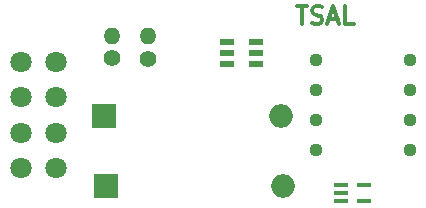
<source format=gts>
G04 #@! TF.GenerationSoftware,KiCad,Pcbnew,(5.1.0)-1*
G04 #@! TF.CreationDate,2019-08-22T10:23:38+05:30*
G04 #@! TF.ProjectId,TSAL,5453414c-2e6b-4696-9361-645f70636258,rev?*
G04 #@! TF.SameCoordinates,Original*
G04 #@! TF.FileFunction,Soldermask,Top*
G04 #@! TF.FilePolarity,Negative*
%FSLAX46Y46*%
G04 Gerber Fmt 4.6, Leading zero omitted, Abs format (unit mm)*
G04 Created by KiCad (PCBNEW (5.1.0)-1) date 2019-08-22 10:23:38*
%MOMM*%
%LPD*%
G04 APERTURE LIST*
%ADD10C,0.300000*%
%ADD11C,1.800000*%
%ADD12O,2.000000X2.000000*%
%ADD13R,2.000000X2.000000*%
%ADD14R,1.200000X0.600000*%
%ADD15R,1.200000X0.400000*%
%ADD16C,1.130000*%
%ADD17O,1.400000X1.400000*%
%ADD18C,1.400000*%
G04 APERTURE END LIST*
D10*
X90952142Y-117923571D02*
X91809285Y-117923571D01*
X91380714Y-119423571D02*
X91380714Y-117923571D01*
X92237857Y-119352142D02*
X92452142Y-119423571D01*
X92809285Y-119423571D01*
X92952142Y-119352142D01*
X93023571Y-119280714D01*
X93095000Y-119137857D01*
X93095000Y-118995000D01*
X93023571Y-118852142D01*
X92952142Y-118780714D01*
X92809285Y-118709285D01*
X92523571Y-118637857D01*
X92380714Y-118566428D01*
X92309285Y-118495000D01*
X92237857Y-118352142D01*
X92237857Y-118209285D01*
X92309285Y-118066428D01*
X92380714Y-117995000D01*
X92523571Y-117923571D01*
X92880714Y-117923571D01*
X93095000Y-117995000D01*
X93666428Y-118995000D02*
X94380714Y-118995000D01*
X93523571Y-119423571D02*
X94023571Y-117923571D01*
X94523571Y-119423571D01*
X95737857Y-119423571D02*
X95023571Y-119423571D01*
X95023571Y-117923571D01*
D11*
X67564000Y-122618500D03*
X70564000Y-122618500D03*
X67564000Y-125618500D03*
X70564000Y-125618500D03*
X67564000Y-128618500D03*
X70564000Y-128618500D03*
X67564000Y-131618500D03*
X70564000Y-131618500D03*
D12*
X89612500Y-127190500D03*
D13*
X74612500Y-127190500D03*
X74739500Y-133159500D03*
D12*
X89739500Y-133159500D03*
D14*
X84983000Y-120906500D03*
X84983000Y-121856500D03*
X84983000Y-122806500D03*
X87483000Y-122806500D03*
X87483000Y-121856500D03*
X87483000Y-120906500D03*
D15*
X94681000Y-133081000D03*
X94681000Y-133731000D03*
X94681000Y-134381000D03*
X96581000Y-134381000D03*
X96581000Y-133081000D03*
D16*
X92550000Y-122491500D03*
X92550000Y-125031500D03*
X92550000Y-127571500D03*
X92550000Y-130111500D03*
X100490000Y-130111500D03*
X100490000Y-127571500D03*
X100490000Y-125031500D03*
X100490000Y-122491500D03*
D17*
X78295500Y-120464500D03*
D18*
X78295500Y-122364500D03*
X75247500Y-122301000D03*
D17*
X75247500Y-120401000D03*
M02*

</source>
